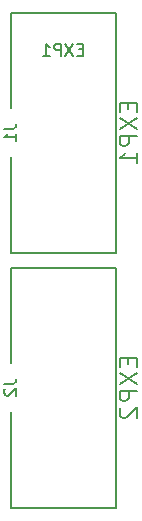
<source format=gbr>
G04 #@! TF.GenerationSoftware,KiCad,Pcbnew,(5.1.4)-1*
G04 #@! TF.CreationDate,2019-10-18T00:08:50-04:00*
G04 #@! TF.ProjectId,RepRap Display Controller,52657052-6170-4204-9469-73706c617920,rev?*
G04 #@! TF.SameCoordinates,Original*
G04 #@! TF.FileFunction,Legend,Bot*
G04 #@! TF.FilePolarity,Positive*
%FSLAX46Y46*%
G04 Gerber Fmt 4.6, Leading zero omitted, Abs format (unit mm)*
G04 Created by KiCad (PCBNEW (5.1.4)-1) date 2019-10-18 00:08:50*
%MOMM*%
%LPD*%
G04 APERTURE LIST*
%ADD10C,0.200000*%
%ADD11C,0.150000*%
G04 APERTURE END LIST*
D10*
X152546857Y-75732000D02*
X152546857Y-76232000D01*
X153332571Y-76446285D02*
X153332571Y-75732000D01*
X151832571Y-75732000D01*
X151832571Y-76446285D01*
X151832571Y-76946285D02*
X153332571Y-77946285D01*
X151832571Y-77946285D02*
X153332571Y-76946285D01*
X153332571Y-78517714D02*
X151832571Y-78517714D01*
X151832571Y-79089142D01*
X151904000Y-79232000D01*
X151975428Y-79303428D01*
X152118285Y-79374857D01*
X152332571Y-79374857D01*
X152475428Y-79303428D01*
X152546857Y-79232000D01*
X152618285Y-79089142D01*
X152618285Y-78517714D01*
X153332571Y-80803428D02*
X153332571Y-79946285D01*
X153332571Y-80374857D02*
X151832571Y-80374857D01*
X152046857Y-80232000D01*
X152189714Y-80089142D01*
X152261142Y-79946285D01*
X152546857Y-97322000D02*
X152546857Y-97822000D01*
X153332571Y-98036285D02*
X153332571Y-97322000D01*
X151832571Y-97322000D01*
X151832571Y-98036285D01*
X151832571Y-98536285D02*
X153332571Y-99536285D01*
X151832571Y-99536285D02*
X153332571Y-98536285D01*
X153332571Y-100107714D02*
X151832571Y-100107714D01*
X151832571Y-100679142D01*
X151904000Y-100822000D01*
X151975428Y-100893428D01*
X152118285Y-100964857D01*
X152332571Y-100964857D01*
X152475428Y-100893428D01*
X152546857Y-100822000D01*
X152618285Y-100679142D01*
X152618285Y-100107714D01*
X151975428Y-101536285D02*
X151904000Y-101607714D01*
X151832571Y-101750571D01*
X151832571Y-102107714D01*
X151904000Y-102250571D01*
X151975428Y-102322000D01*
X152118285Y-102393428D01*
X152261142Y-102393428D01*
X152475428Y-102322000D01*
X153332571Y-101464857D01*
X153332571Y-102393428D01*
D11*
X148732666Y-71175571D02*
X148399333Y-71175571D01*
X148256476Y-71699380D02*
X148732666Y-71699380D01*
X148732666Y-70699380D01*
X148256476Y-70699380D01*
X147923142Y-70699380D02*
X147256476Y-71699380D01*
X147256476Y-70699380D02*
X147923142Y-71699380D01*
X146875523Y-71699380D02*
X146875523Y-70699380D01*
X146494571Y-70699380D01*
X146399333Y-70747000D01*
X146351714Y-70794619D01*
X146304095Y-70889857D01*
X146304095Y-71032714D01*
X146351714Y-71127952D01*
X146399333Y-71175571D01*
X146494571Y-71223190D01*
X146875523Y-71223190D01*
X145351714Y-71699380D02*
X145923142Y-71699380D01*
X145637428Y-71699380D02*
X145637428Y-70699380D01*
X145732666Y-70842238D01*
X145827904Y-70937476D01*
X145923142Y-70985095D01*
X142621000Y-89662000D02*
X142621000Y-97767000D01*
X151511000Y-89662000D02*
X142621000Y-89662000D01*
X151511000Y-99822000D02*
X151511000Y-89662000D01*
X151511000Y-99822000D02*
X151511000Y-109982000D01*
X142621000Y-101877000D02*
X142621000Y-109982000D01*
X142621000Y-109982000D02*
X151511000Y-109982000D01*
X142621000Y-68072000D02*
X142621000Y-76177000D01*
X151511000Y-68072000D02*
X142621000Y-68072000D01*
X151511000Y-78232000D02*
X151511000Y-68072000D01*
X151511000Y-78232000D02*
X151511000Y-88392000D01*
X142621000Y-80287000D02*
X142621000Y-88392000D01*
X142621000Y-88392000D02*
X151511000Y-88392000D01*
X142073380Y-99488666D02*
X142787666Y-99488666D01*
X142930523Y-99441047D01*
X143025761Y-99345809D01*
X143073380Y-99202952D01*
X143073380Y-99107714D01*
X142168619Y-99917238D02*
X142121000Y-99964857D01*
X142073380Y-100060095D01*
X142073380Y-100298190D01*
X142121000Y-100393428D01*
X142168619Y-100441047D01*
X142263857Y-100488666D01*
X142359095Y-100488666D01*
X142501952Y-100441047D01*
X143073380Y-99869619D01*
X143073380Y-100488666D01*
X142073380Y-77898666D02*
X142787666Y-77898666D01*
X142930523Y-77851047D01*
X143025761Y-77755809D01*
X143073380Y-77612952D01*
X143073380Y-77517714D01*
X143073380Y-78898666D02*
X143073380Y-78327238D01*
X143073380Y-78612952D02*
X142073380Y-78612952D01*
X142216238Y-78517714D01*
X142311476Y-78422476D01*
X142359095Y-78327238D01*
M02*

</source>
